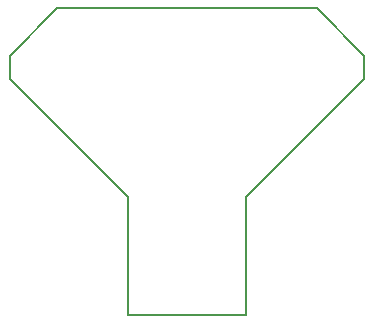
<source format=gbr>
G04 #@! TF.FileFunction,Profile,NP*
%FSLAX46Y46*%
G04 Gerber Fmt 4.6, Leading zero omitted, Abs format (unit mm)*
G04 Created by KiCad (PCBNEW 4.0.2-stable) date 2016/07/01 16:43:42*
%MOMM*%
G01*
G04 APERTURE LIST*
%ADD10C,0.100000*%
%ADD11C,0.150000*%
G04 APERTURE END LIST*
D10*
D11*
X15000000Y9000000D02*
X5000000Y-1000000D01*
X15000000Y11000000D02*
X11000000Y15000000D01*
X-15000000Y9000000D02*
X-5000000Y-1000000D01*
X-15000000Y11000000D02*
X-11000000Y15000000D01*
X-15000000Y11000000D02*
X-15000000Y9000000D01*
X15000000Y11000000D02*
X15000000Y9000000D01*
X-11000000Y15000000D02*
X11000000Y15000000D01*
X-5000000Y-11000000D02*
X-5000000Y-1000000D01*
X5000000Y-11000000D02*
X-5000000Y-11000000D01*
X5000000Y-1000000D02*
X5000000Y-11000000D01*
M02*

</source>
